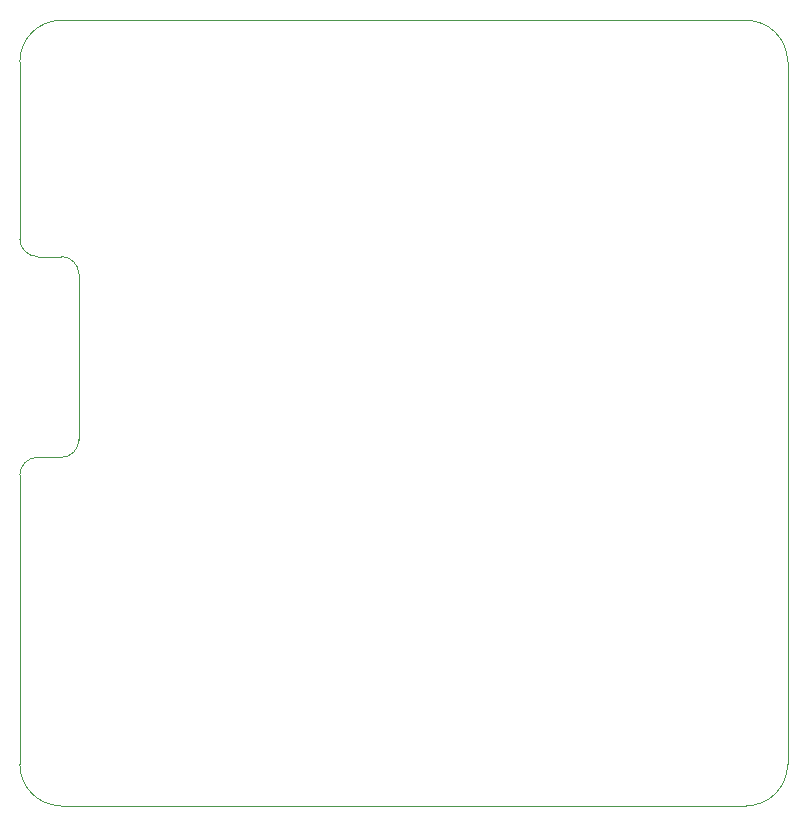
<source format=gbr>
%TF.GenerationSoftware,KiCad,Pcbnew,8.0.1*%
%TF.CreationDate,2024-04-17T14:30:39-04:00*%
%TF.ProjectId,DSPicPiHat,44535069-6350-4694-9861-742e6b696361,rev?*%
%TF.SameCoordinates,Original*%
%TF.FileFunction,Profile,NP*%
%FSLAX46Y46*%
G04 Gerber Fmt 4.6, Leading zero omitted, Abs format (unit mm)*
G04 Created by KiCad (PCBNEW 8.0.1) date 2024-04-17 14:30:39*
%MOMM*%
%LPD*%
G01*
G04 APERTURE LIST*
%TA.AperFunction,Profile*%
%ADD10C,0.100000*%
%TD*%
G04 APERTURE END LIST*
D10*
X-2000000Y-16000000D02*
G75*
G02*
X-3500000Y-14500000I0J1500000D01*
G01*
X0Y4000000D02*
X57999999Y3999999D01*
X0Y-16000000D02*
X-2000000Y-16000000D01*
X-3500000Y-14500000D02*
X-3500000Y500000D01*
X1500000Y-31500000D02*
G75*
G02*
X0Y-33000000I-1500000J0D01*
G01*
X1500000Y-31500000D02*
X1500000Y-17500000D01*
X-2000000Y-33000000D02*
X0Y-33000000D01*
X57999999Y3999999D02*
G75*
G02*
X61499999Y499999I1J-3499999D01*
G01*
X61499999Y-59000000D02*
G75*
G02*
X57999999Y-62499999I-3499999J0D01*
G01*
X61499999Y-48999999D02*
X61499999Y-59000000D01*
X0Y-62500001D02*
X57999999Y-62500000D01*
X0Y-16000000D02*
G75*
G02*
X1500000Y-17500000I0J-1500000D01*
G01*
X-3500000Y-49000000D02*
X-3500000Y-59000001D01*
X0Y-62500001D02*
G75*
G02*
X-3500001Y-59000001I0J3500001D01*
G01*
X61499999Y499999D02*
X61499999Y-48999999D01*
X-3500000Y500000D02*
G75*
G02*
X0Y4000000I3500000J0D01*
G01*
X-3500000Y-34500000D02*
G75*
G02*
X-2000000Y-33000000I1500000J0D01*
G01*
X-3500000Y-49000000D02*
X-3500000Y-34500000D01*
M02*

</source>
